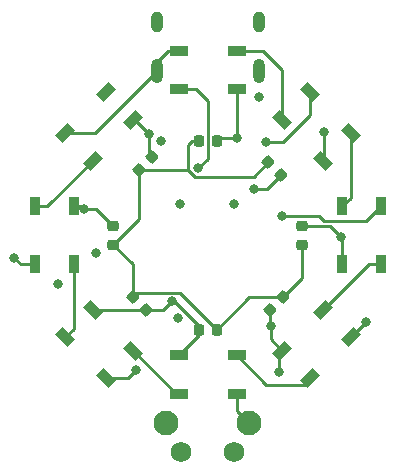
<source format=gbr>
%TF.GenerationSoftware,KiCad,Pcbnew,7.0.7*%
%TF.CreationDate,2023-10-08T00:42:53+08:00*%
%TF.ProjectId,RM_47mm,524d5f34-376d-46d2-9e6b-696361645f70,rev?*%
%TF.SameCoordinates,Original*%
%TF.FileFunction,Copper,L1,Top*%
%TF.FilePolarity,Positive*%
%FSLAX46Y46*%
G04 Gerber Fmt 4.6, Leading zero omitted, Abs format (unit mm)*
G04 Created by KiCad (PCBNEW 7.0.7) date 2023-10-08 00:42:53*
%MOMM*%
%LPD*%
G01*
G04 APERTURE LIST*
G04 Aperture macros list*
%AMRoundRect*
0 Rectangle with rounded corners*
0 $1 Rounding radius*
0 $2 $3 $4 $5 $6 $7 $8 $9 X,Y pos of 4 corners*
0 Add a 4 corners polygon primitive as box body*
4,1,4,$2,$3,$4,$5,$6,$7,$8,$9,$2,$3,0*
0 Add four circle primitives for the rounded corners*
1,1,$1+$1,$2,$3*
1,1,$1+$1,$4,$5*
1,1,$1+$1,$6,$7*
1,1,$1+$1,$8,$9*
0 Add four rect primitives between the rounded corners*
20,1,$1+$1,$2,$3,$4,$5,0*
20,1,$1+$1,$4,$5,$6,$7,0*
20,1,$1+$1,$6,$7,$8,$9,0*
20,1,$1+$1,$8,$9,$2,$3,0*%
%AMRotRect*
0 Rectangle, with rotation*
0 The origin of the aperture is its center*
0 $1 length*
0 $2 width*
0 $3 Rotation angle, in degrees counterclockwise*
0 Add horizontal line*
21,1,$1,$2,0,0,$3*%
G04 Aperture macros list end*
%TA.AperFunction,ComponentPad*%
%ADD10O,1.000000X1.800000*%
%TD*%
%TA.AperFunction,ComponentPad*%
%ADD11O,1.000000X2.100000*%
%TD*%
%TA.AperFunction,SMDPad,CuDef*%
%ADD12R,0.900000X1.500000*%
%TD*%
%TA.AperFunction,SMDPad,CuDef*%
%ADD13RotRect,1.500000X0.900000X45.000000*%
%TD*%
%TA.AperFunction,SMDPad,CuDef*%
%ADD14RoundRect,0.225000X0.225000X0.250000X-0.225000X0.250000X-0.225000X-0.250000X0.225000X-0.250000X0*%
%TD*%
%TA.AperFunction,SMDPad,CuDef*%
%ADD15RotRect,1.500000X0.900000X135.000000*%
%TD*%
%TA.AperFunction,SMDPad,CuDef*%
%ADD16RoundRect,0.225000X-0.017678X0.335876X-0.335876X0.017678X0.017678X-0.335876X0.335876X-0.017678X0*%
%TD*%
%TA.AperFunction,SMDPad,CuDef*%
%ADD17RotRect,1.500000X0.900000X225.000000*%
%TD*%
%TA.AperFunction,SMDPad,CuDef*%
%ADD18RoundRect,0.225000X0.250000X-0.225000X0.250000X0.225000X-0.250000X0.225000X-0.250000X-0.225000X0*%
%TD*%
%TA.AperFunction,SMDPad,CuDef*%
%ADD19RoundRect,0.225000X0.017678X-0.335876X0.335876X-0.017678X-0.017678X0.335876X-0.335876X0.017678X0*%
%TD*%
%TA.AperFunction,SMDPad,CuDef*%
%ADD20RoundRect,0.225000X-0.225000X-0.250000X0.225000X-0.250000X0.225000X0.250000X-0.225000X0.250000X0*%
%TD*%
%TA.AperFunction,SMDPad,CuDef*%
%ADD21RoundRect,0.225000X-0.335876X-0.017678X-0.017678X-0.335876X0.335876X0.017678X0.017678X0.335876X0*%
%TD*%
%TA.AperFunction,SMDPad,CuDef*%
%ADD22RotRect,1.500000X0.900000X315.000000*%
%TD*%
%TA.AperFunction,SMDPad,CuDef*%
%ADD23R,1.500000X0.900000*%
%TD*%
%TA.AperFunction,ComponentPad*%
%ADD24C,2.100000*%
%TD*%
%TA.AperFunction,ComponentPad*%
%ADD25C,1.750000*%
%TD*%
%TA.AperFunction,ViaPad*%
%ADD26C,0.800000*%
%TD*%
%TA.AperFunction,Conductor*%
%ADD27C,0.250000*%
%TD*%
%TA.AperFunction,Conductor*%
%ADD28C,0.500000*%
%TD*%
G04 APERTURE END LIST*
D10*
%TO.P,J1,S1,SHIELD*%
%TO.N,Earth*%
X145680000Y-81925000D03*
D11*
X145680000Y-86125000D03*
X154320000Y-86125000D03*
D10*
X154320000Y-81925000D03*
%TD*%
D12*
%TO.P,D3,1,VDD*%
%TO.N,/VCC_3V3*%
X161350000Y-102450000D03*
%TO.P,D3,2,DOUT*%
%TO.N,Net-(D3-DOUT)*%
X164650000Y-102450000D03*
%TO.P,D3,3,VSS*%
%TO.N,Earth*%
X164650000Y-97550000D03*
%TO.P,D3,4,DIN*%
%TO.N,Net-(D2-DOUT)*%
X161350000Y-97550000D03*
%TD*%
D13*
%TO.P,D4,1,VDD*%
%TO.N,/VCC_3V3*%
X156300862Y-109765685D03*
%TO.P,D4,2,DOUT*%
%TO.N,Net-(D4-DOUT)*%
X158634315Y-112099138D03*
%TO.P,D4,3,VSS*%
%TO.N,Earth*%
X162099138Y-108634315D03*
%TO.P,D4,4,DIN*%
%TO.N,Net-(D3-DOUT)*%
X159765685Y-106300862D03*
%TD*%
D14*
%TO.P,C5,1*%
%TO.N,Net-(C1-Pad1)*%
X150775000Y-108000000D03*
%TO.P,C5,2*%
%TO.N,/VCC_3V3*%
X149225000Y-108000000D03*
%TD*%
D15*
%TO.P,D2,1,VDD*%
%TO.N,/VCC_3V3*%
X159765685Y-93699138D03*
%TO.P,D2,2,DOUT*%
%TO.N,Net-(D2-DOUT)*%
X162099138Y-91365685D03*
%TO.P,D2,3,VSS*%
%TO.N,Earth*%
X158634315Y-87900862D03*
%TO.P,D2,4,DIN*%
%TO.N,Net-(D1-DOUT)*%
X156300862Y-90234315D03*
%TD*%
D16*
%TO.P,C4,1*%
%TO.N,Net-(C1-Pad1)*%
X156348008Y-105251992D03*
%TO.P,C4,2*%
%TO.N,/VCC_3V3*%
X155251992Y-106348008D03*
%TD*%
D17*
%TO.P,D8,4,DIN*%
%TO.N,Net-(D7-DOUT)*%
X140234315Y-93699138D03*
%TO.P,D8,3,VSS*%
%TO.N,Earth*%
X137900862Y-91365685D03*
%TO.P,D8,2,DOUT*%
%TO.N,unconnected-(D8-DOUT-Pad2)*%
X141365685Y-87900862D03*
%TO.P,D8,1,VDD*%
%TO.N,/VCC_3V3*%
X143699138Y-90234315D03*
%TD*%
D18*
%TO.P,C3,1*%
%TO.N,Net-(C1-Pad1)*%
X158000000Y-100775000D03*
%TO.P,C3,2*%
%TO.N,/VCC_3V3*%
X158000000Y-99225000D03*
%TD*%
D19*
%TO.P,C8,2*%
%TO.N,/VCC_3V3*%
X145248008Y-93401992D03*
%TO.P,C8,1*%
%TO.N,Net-(C1-Pad1)*%
X144151992Y-94498008D03*
%TD*%
D20*
%TO.P,C1,1*%
%TO.N,Net-(C1-Pad1)*%
X149225000Y-92000000D03*
%TO.P,C1,2*%
%TO.N,/VCC_3V3*%
X150775000Y-92000000D03*
%TD*%
D21*
%TO.P,C6,1*%
%TO.N,Net-(C1-Pad1)*%
X143651992Y-105251992D03*
%TO.P,C6,2*%
%TO.N,/VCC_3V3*%
X144748008Y-106348008D03*
%TD*%
%TO.P,C2,1*%
%TO.N,Net-(C1-Pad1)*%
X155101992Y-93801992D03*
%TO.P,C2,2*%
%TO.N,/VCC_3V3*%
X156198008Y-94898008D03*
%TD*%
D22*
%TO.P,D6,1,VDD*%
%TO.N,/VCC_3V3*%
X140234315Y-106300862D03*
%TO.P,D6,2,DOUT*%
%TO.N,Net-(D6-DOUT)*%
X137900862Y-108634315D03*
%TO.P,D6,3,VSS*%
%TO.N,Earth*%
X141365685Y-112099138D03*
%TO.P,D6,4,DIN*%
%TO.N,Net-(D5-DOUT)*%
X143699138Y-109765685D03*
%TD*%
D23*
%TO.P,D1,4,DIN*%
%TO.N,/LED_IN*%
X147550000Y-87650000D03*
%TO.P,D1,3,VSS*%
%TO.N,Earth*%
X147550000Y-84350000D03*
%TO.P,D1,2,DOUT*%
%TO.N,Net-(D1-DOUT)*%
X152450000Y-84350000D03*
%TO.P,D1,1,VDD*%
%TO.N,/VCC_3V3*%
X152450000Y-87650000D03*
%TD*%
%TO.P,D5,1,VDD*%
%TO.N,/VCC_3V3*%
X147550000Y-110150000D03*
%TO.P,D5,2,DOUT*%
%TO.N,Net-(D5-DOUT)*%
X147550000Y-113450000D03*
%TO.P,D5,3,VSS*%
%TO.N,Earth*%
X152450000Y-113450000D03*
%TO.P,D5,4,DIN*%
%TO.N,Net-(D4-DOUT)*%
X152450000Y-110150000D03*
%TD*%
D12*
%TO.P,D7,1,VDD*%
%TO.N,/VCC_3V3*%
X138650000Y-97550000D03*
%TO.P,D7,2,DOUT*%
%TO.N,Net-(D7-DOUT)*%
X135350000Y-97550000D03*
%TO.P,D7,3,VSS*%
%TO.N,Earth*%
X135350000Y-102450000D03*
%TO.P,D7,4,DIN*%
%TO.N,Net-(D6-DOUT)*%
X138650000Y-102450000D03*
%TD*%
D18*
%TO.P,C7,1*%
%TO.N,Net-(C1-Pad1)*%
X142000000Y-100775000D03*
%TO.P,C7,2*%
%TO.N,/VCC_3V3*%
X142000000Y-99225000D03*
%TD*%
D24*
%TO.P,SW3,*%
%TO.N,Earth*%
X146482909Y-115884152D03*
X153492909Y-115884152D03*
D25*
%TO.P,SW3,1,3*%
%TO.N,Net-(SW3-3)*%
X147732909Y-118374152D03*
%TO.P,SW3,2,4*%
%TO.N,/VCC_3V3*%
X152232909Y-118374152D03*
%TD*%
D26*
%TO.N,Earth*%
X154297050Y-88284974D03*
%TO.N,/VCC_3V3*%
X137330423Y-104140716D03*
X145024288Y-91444939D03*
X152495852Y-91746808D03*
%TO.N,Earth*%
X163388735Y-107365477D03*
%TO.N,/VCC_3V3*%
X155317912Y-107634484D03*
X161294635Y-100164239D03*
X159823557Y-91243557D03*
%TO.N,/LED_IN*%
X149187047Y-94312934D03*
%TO.N,/VCC_3V3*%
X147629225Y-97348384D03*
X139498561Y-97730570D03*
X156014602Y-111564521D03*
X146945372Y-105591240D03*
X153932037Y-96057092D03*
%TO.N,Earth*%
X133597257Y-101877102D03*
X152248410Y-97319644D03*
X154905251Y-92074558D03*
X147459286Y-106959729D03*
X146043974Y-92040483D03*
X143942264Y-111435531D03*
X156249949Y-98366155D03*
X140513247Y-101468135D03*
%TD*%
D27*
%TO.N,Net-(D3-DOUT)*%
X163616547Y-102450000D02*
X159765685Y-106300862D01*
X164650000Y-102450000D02*
X163616547Y-102450000D01*
%TO.N,Net-(D2-DOUT)*%
X162099138Y-91365685D02*
X162099138Y-96800862D01*
X162099138Y-96800862D02*
X161350000Y-97550000D01*
%TO.N,Earth*%
X145680000Y-85321917D02*
X146651917Y-84350000D01*
X146651917Y-84350000D02*
X147550000Y-84350000D01*
X145680000Y-86125000D02*
X145680000Y-85321917D01*
%TO.N,Net-(D1-DOUT)*%
X156300862Y-85958116D02*
X154692746Y-84350000D01*
X156300862Y-90234315D02*
X156300862Y-85958116D01*
X154692746Y-84350000D02*
X152450000Y-84350000D01*
%TO.N,/VCC_3V3*%
X152450000Y-91700956D02*
X152450000Y-87650000D01*
X152495852Y-91746808D02*
X152450000Y-91700956D01*
%TO.N,/LED_IN*%
X148988116Y-87650000D02*
X147550000Y-87650000D01*
X150000000Y-88661884D02*
X148988116Y-87650000D01*
X150000000Y-93499981D02*
X150000000Y-88661884D01*
X149187047Y-94312934D02*
X150000000Y-93499981D01*
%TO.N,Earth*%
X140439315Y-91365685D02*
X145680000Y-86125000D01*
X137900862Y-91365685D02*
X140439315Y-91365685D01*
X156346510Y-92074558D02*
X154905251Y-92074558D01*
X158634315Y-89786753D02*
X156346510Y-92074558D01*
X158634315Y-87900862D02*
X158634315Y-89786753D01*
X159409033Y-98366155D02*
X156249949Y-98366155D01*
X159813638Y-98770760D02*
X159409033Y-98366155D01*
X163429240Y-98770760D02*
X159813638Y-98770760D01*
X164650000Y-97550000D02*
X163429240Y-98770760D01*
X134170155Y-102450000D02*
X133597257Y-101877102D01*
X135350000Y-102450000D02*
X134170155Y-102450000D01*
%TO.N,/VCC_3V3*%
X140505570Y-97730570D02*
X142000000Y-99225000D01*
X139498561Y-97730570D02*
X140505570Y-97730570D01*
X139317991Y-97550000D02*
X139498561Y-97730570D01*
X138650000Y-97550000D02*
X139317991Y-97550000D01*
X145016379Y-91452848D02*
X145024288Y-91444939D01*
X145016379Y-93170363D02*
X145016379Y-91452848D01*
X145248008Y-93401992D02*
X145016379Y-93170363D01*
X143813664Y-90234315D02*
X145024288Y-91444939D01*
X143699138Y-90234315D02*
X143813664Y-90234315D01*
X151028192Y-91746808D02*
X150775000Y-92000000D01*
X152495852Y-91746808D02*
X151028192Y-91746808D01*
%TO.N,Earth*%
X162119897Y-108634315D02*
X163388735Y-107365477D01*
X162099138Y-108634315D02*
X162119897Y-108634315D01*
%TO.N,/VCC_3V3*%
X156014602Y-110051945D02*
X156300862Y-109765685D01*
X156014602Y-111564521D02*
X156014602Y-110051945D01*
%TO.N,Net-(C1-Pad1)*%
X158000000Y-103600000D02*
X158000000Y-100775000D01*
X156348008Y-105251992D02*
X158000000Y-103600000D01*
X153523008Y-105251992D02*
X156348008Y-105251992D01*
X150775000Y-108000000D02*
X153523008Y-105251992D01*
X143651992Y-102426992D02*
X142000000Y-100775000D01*
X143651992Y-105251992D02*
X143651992Y-102426992D01*
X147641240Y-104866240D02*
X150775000Y-108000000D01*
X144037744Y-104866240D02*
X147641240Y-104866240D01*
X143651992Y-105251992D02*
X144037744Y-104866240D01*
%TO.N,/VCC_3V3*%
X146188604Y-106348008D02*
X146945372Y-105591240D01*
X144748008Y-106348008D02*
X146188604Y-106348008D01*
X144700862Y-106300862D02*
X144748008Y-106348008D01*
X140234315Y-106300862D02*
X144700862Y-106300862D01*
%TO.N,Net-(C1-Pad1)*%
X144151992Y-98623008D02*
X142000000Y-100775000D01*
X144151992Y-94498008D02*
X144151992Y-98623008D01*
%TO.N,Earth*%
X152450000Y-114841243D02*
X153492909Y-115884152D01*
X152450000Y-113450000D02*
X152450000Y-114841243D01*
X143278657Y-112099138D02*
X143942264Y-111435531D01*
X141365685Y-112099138D02*
X143278657Y-112099138D01*
%TO.N,/VCC_3V3*%
X149225000Y-108475000D02*
X149225000Y-108000000D01*
X147550000Y-110150000D02*
X149225000Y-108475000D01*
X149225000Y-107700138D02*
X147116102Y-105591240D01*
X149225000Y-108000000D02*
X149225000Y-107700138D01*
X147116102Y-105591240D02*
X146945372Y-105591240D01*
%TO.N,Net-(C1-Pad1)*%
X148676752Y-92000000D02*
X149225000Y-92000000D01*
X148327038Y-92349714D02*
X148676752Y-92000000D01*
X148327038Y-94478230D02*
X148327038Y-92349714D01*
X148886742Y-95037934D02*
X148327038Y-94478230D01*
X148886742Y-95037934D02*
X148346816Y-94498008D01*
X148346816Y-94498008D02*
X144151992Y-94498008D01*
X155101992Y-93801992D02*
X153866050Y-95037934D01*
X153866050Y-95037934D02*
X148886742Y-95037934D01*
%TO.N,/VCC_3V3*%
X155317912Y-108780001D02*
X155317912Y-107634484D01*
X156300862Y-109765685D02*
X156300862Y-109762951D01*
X156300862Y-109762951D02*
X155317912Y-108780001D01*
X155251992Y-107568564D02*
X155317912Y-107634484D01*
X155251992Y-106348008D02*
X155251992Y-107568564D01*
X161294635Y-100156330D02*
X160363305Y-99225000D01*
X161294635Y-100164239D02*
X161294635Y-100156330D01*
X160363305Y-99225000D02*
X158000000Y-99225000D01*
X161350000Y-100219604D02*
X161294635Y-100164239D01*
X161350000Y-102450000D02*
X161350000Y-100219604D01*
X155038924Y-96057092D02*
X156198008Y-94898008D01*
X153932037Y-96057092D02*
X155038924Y-96057092D01*
D28*
X159823557Y-93641266D02*
X159765685Y-93699138D01*
D27*
X159823557Y-91243557D02*
X159823557Y-93641266D01*
%TO.N,Net-(D6-DOUT)*%
X138648187Y-102451813D02*
X138650000Y-102450000D01*
X138648187Y-107886990D02*
X138648187Y-102451813D01*
X137900862Y-108634315D02*
X138648187Y-107886990D01*
%TO.N,Net-(D7-DOUT)*%
X136383453Y-97550000D02*
X140234315Y-93699138D01*
X135350000Y-97550000D02*
X136383453Y-97550000D01*
%TO.N,Net-(D5-DOUT)*%
X147550000Y-113450000D02*
X147383453Y-113450000D01*
X147383453Y-113450000D02*
X143699138Y-109765685D01*
%TO.N,Net-(D4-DOUT)*%
X154929468Y-112629468D02*
X152450000Y-110150000D01*
X158103985Y-112629468D02*
X154929468Y-112629468D01*
X158634315Y-112099138D02*
X158103985Y-112629468D01*
%TD*%
M02*

</source>
